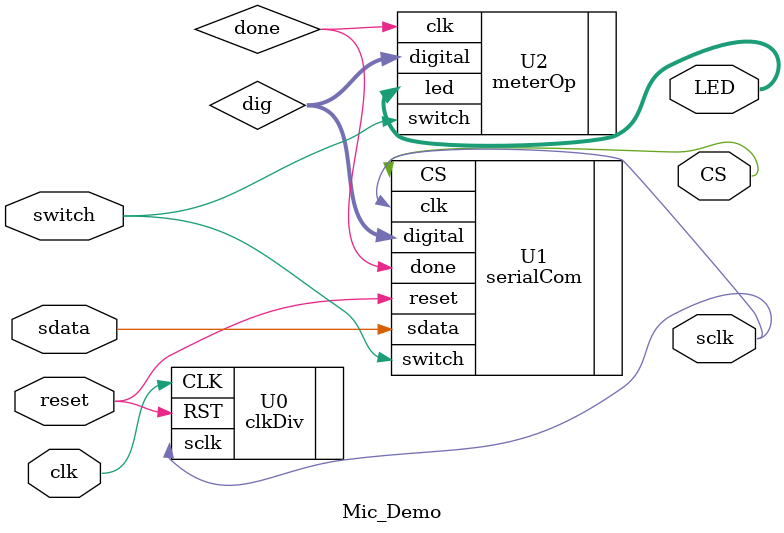
<source format=v>
`timescale 1ns / 1ps
module Mic_Demo(
	input wire clk, 			// clock signal from the 100 Mhz clock on board
	input wire reset,			// system reset, mapped to onboard pushbutton
	output wire [7:0] LED,	    // outputs to the 8 on board LEDs
	output sclk,	            // SCLK - divided clock output of 12.5 Mhz			
	output CS,                  // nCS Ccontrols signal sending from the ADC on PmodMic devices				
	input switch,               // 
	input sdata					// sData signal used to recieve data from Pmod device
    );
	
	wire done;					// used to tell meterOp when to turn lights on or off
	wire [11:0] dig;			// used to link the digital output from serialCom to meterOp
	
	clkDiv U0 (.CLK(clk),.RST(reset),.sclk(sclk));
	serialCom U1 (.clk(sclk),.reset(reset),.sdata(sdata),.digital(dig),.CS(CS),.done(done),.switch(switch));
	meterOp U2 (.clk(done),.digital(dig),.led(LED),.switch(switch));
	endmodule






</source>
